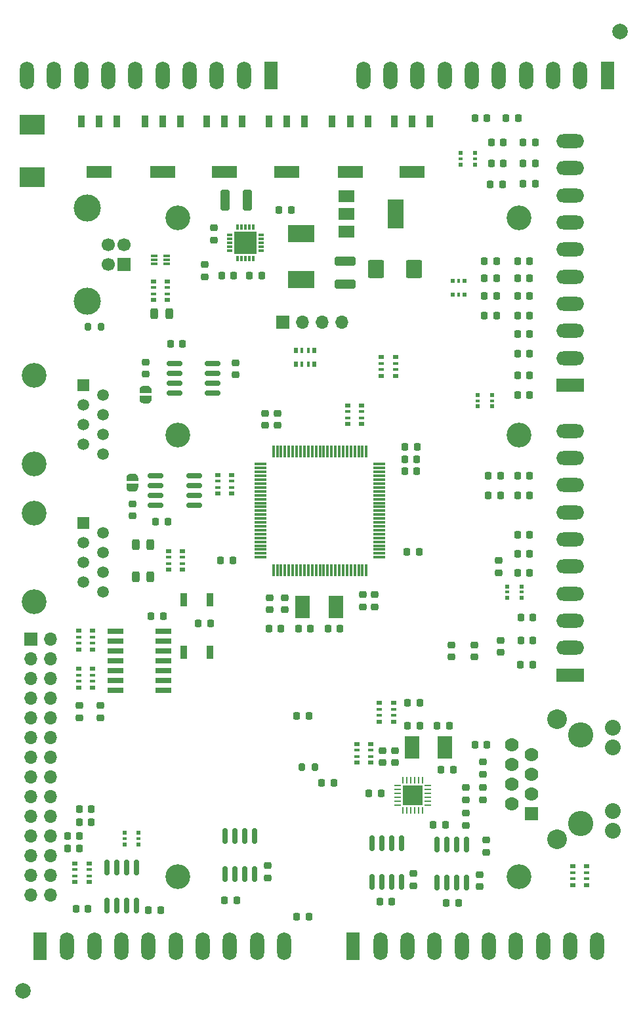
<source format=gbr>
%TF.GenerationSoftware,KiCad,Pcbnew,5.99.0-unknown-b90e72ed07~107~ubuntu18.04.1*%
%TF.CreationDate,2021-02-01T09:40:28+01:00*%
%TF.ProjectId,Uni_Printer,556e695f-5072-4696-9e74-65722e6b6963,rev?*%
%TF.SameCoordinates,PX48009e0PY88da2e0*%
%TF.FileFunction,Soldermask,Top*%
%TF.FilePolarity,Negative*%
%FSLAX46Y46*%
G04 Gerber Fmt 4.6, Leading zero omitted, Abs format (unit mm)*
G04 Created by KiCad (PCBNEW 5.99.0-unknown-b90e72ed07~107~ubuntu18.04.1) date 2021-02-01 09:40:28*
%MOMM*%
%LPD*%
G01*
G04 APERTURE LIST*
G04 Aperture macros list*
%AMRoundRect*
0 Rectangle with rounded corners*
0 $1 Rounding radius*
0 $2 $3 $4 $5 $6 $7 $8 $9 X,Y pos of 4 corners*
0 Add a 4 corners polygon primitive as box body*
4,1,4,$2,$3,$4,$5,$6,$7,$8,$9,$2,$3,0*
0 Add four circle primitives for the rounded corners*
1,1,$1+$1,$2,$3*
1,1,$1+$1,$4,$5*
1,1,$1+$1,$6,$7*
1,1,$1+$1,$8,$9*
0 Add four rect primitives between the rounded corners*
20,1,$1+$1,$2,$3,$4,$5,0*
20,1,$1+$1,$4,$5,$6,$7,0*
20,1,$1+$1,$6,$7,$8,$9,0*
20,1,$1+$1,$8,$9,$2,$3,0*%
G04 Aperture macros list end*
%ADD10R,0.900000X1.700000*%
%ADD11C,3.200000*%
%ADD12RoundRect,0.225000X-0.250000X0.225000X-0.250000X-0.225000X0.250000X-0.225000X0.250000X0.225000X0*%
%ADD13RoundRect,0.218750X-0.218750X-0.256250X0.218750X-0.256250X0.218750X0.256250X-0.218750X0.256250X0*%
%ADD14RoundRect,0.218750X0.218750X0.256250X-0.218750X0.256250X-0.218750X-0.256250X0.218750X-0.256250X0*%
%ADD15RoundRect,0.218750X-0.256250X0.218750X-0.256250X-0.218750X0.256250X-0.218750X0.256250X0.218750X0*%
%ADD16RoundRect,0.218750X0.256250X-0.218750X0.256250X0.218750X-0.256250X0.218750X-0.256250X-0.218750X0*%
%ADD17RoundRect,0.243750X-0.243750X-0.456250X0.243750X-0.456250X0.243750X0.456250X-0.243750X0.456250X0*%
%ADD18RoundRect,0.225000X0.250000X-0.225000X0.250000X0.225000X-0.250000X0.225000X-0.250000X-0.225000X0*%
%ADD19RoundRect,0.225000X-0.225000X-0.250000X0.225000X-0.250000X0.225000X0.250000X-0.225000X0.250000X0*%
%ADD20R,2.032000X0.660400*%
%ADD21R,0.800000X0.500000*%
%ADD22R,0.800000X0.400000*%
%ADD23R,0.500000X0.800000*%
%ADD24R,0.400000X0.800000*%
%ADD25RoundRect,0.150000X0.825000X0.150000X-0.825000X0.150000X-0.825000X-0.150000X0.825000X-0.150000X0*%
%ADD26R,0.600000X0.600000*%
%ADD27R,0.400000X0.600000*%
%ADD28R,1.800000X3.600000*%
%ADD29O,1.800000X3.600000*%
%ADD30R,0.600000X0.400000*%
%ADD31C,2.000000*%
%ADD32R,1.950000X2.950000*%
%ADD33R,1.500000X1.500000*%
%ADD34C,1.500000*%
%ADD35R,3.600000X1.800000*%
%ADD36O,3.600000X1.800000*%
%ADD37RoundRect,0.150000X-0.150000X0.825000X-0.150000X-0.825000X0.150000X-0.825000X0.150000X0.825000X0*%
%ADD38R,3.300000X2.500000*%
%ADD39R,0.850000X0.300000*%
%ADD40R,1.700000X1.700000*%
%ADD41O,1.700000X1.700000*%
%ADD42RoundRect,0.250000X-0.325000X-1.100000X0.325000X-1.100000X0.325000X1.100000X-0.325000X1.100000X0*%
%ADD43R,0.900000X1.500000*%
%ADD44R,3.200000X1.500000*%
%ADD45RoundRect,0.250000X1.100000X-0.325000X1.100000X0.325000X-1.100000X0.325000X-1.100000X-0.325000X0*%
%ADD46R,0.300000X0.700000*%
%ADD47R,0.700000X0.300000*%
%ADD48R,2.950000X2.950000*%
%ADD49C,3.251200*%
%ADD50R,1.778000X1.778000*%
%ADD51C,1.778000*%
%ADD52C,2.032000*%
%ADD53C,2.540000*%
%ADD54C,1.700000*%
%ADD55C,3.500000*%
%ADD56RoundRect,0.200000X-0.200000X-0.275000X0.200000X-0.275000X0.200000X0.275000X-0.200000X0.275000X0*%
%ADD57RoundRect,0.075000X0.075000X-0.725000X0.075000X0.725000X-0.075000X0.725000X-0.075000X-0.725000X0*%
%ADD58RoundRect,0.075000X0.725000X-0.075000X0.725000X0.075000X-0.725000X0.075000X-0.725000X-0.075000X0*%
%ADD59RoundRect,0.225000X0.225000X0.250000X-0.225000X0.250000X-0.225000X-0.250000X0.225000X-0.250000X0*%
%ADD60R,2.000000X1.500000*%
%ADD61R,2.000000X3.800000*%
%ADD62R,3.500000X2.300000*%
%ADD63RoundRect,0.062500X-0.062500X0.350000X-0.062500X-0.350000X0.062500X-0.350000X0.062500X0.350000X0*%
%ADD64RoundRect,0.062500X-0.350000X0.062500X-0.350000X-0.062500X0.350000X-0.062500X0.350000X0.062500X0*%
%ADD65R,2.600000X2.600000*%
%ADD66RoundRect,0.250000X0.787500X0.925000X-0.787500X0.925000X-0.787500X-0.925000X0.787500X-0.925000X0*%
G04 APERTURE END LIST*
D10*
X23200000Y45400000D03*
X26600000Y45400000D03*
X23200000Y52200000D03*
X26600000Y52200000D03*
D11*
X22500000Y101500000D03*
X66500000Y101500000D03*
D12*
X46350000Y52875000D03*
X46350000Y51325000D03*
D13*
X62012500Y93700000D03*
X63587500Y93700000D03*
X62912500Y108500000D03*
X64487500Y108500000D03*
X62012500Y88900000D03*
X63587500Y88900000D03*
D14*
X68587500Y108500000D03*
X67012500Y108500000D03*
X63587500Y95900000D03*
X62012500Y95900000D03*
D13*
X66312500Y88900000D03*
X67887500Y88900000D03*
D14*
X67887500Y95900000D03*
X66312500Y95900000D03*
D15*
X47850000Y52887500D03*
X47850000Y51312500D03*
D16*
X33700000Y74712500D03*
X33700000Y76287500D03*
D13*
X19612500Y62300000D03*
X21187500Y62300000D03*
D17*
X17062500Y59300000D03*
X18937500Y59300000D03*
D15*
X36300000Y52487500D03*
X36300000Y50912500D03*
D14*
X29587500Y57300000D03*
X28012500Y57300000D03*
D18*
X35300000Y74725000D03*
X35300000Y76275000D03*
D15*
X34300000Y52500000D03*
X34300000Y50925000D03*
D19*
X51725000Y68800000D03*
X53275000Y68800000D03*
X51750000Y70350000D03*
X53300000Y70350000D03*
D13*
X51781250Y71950000D03*
X53356250Y71950000D03*
D11*
X66500000Y16500000D03*
D15*
X12500000Y38587500D03*
X12500000Y37012500D03*
D11*
X22500000Y16500000D03*
D15*
X64100000Y46987500D03*
X64100000Y45412500D03*
D14*
X53687500Y38900000D03*
X52112500Y38900000D03*
X35775000Y48500000D03*
X34200000Y48500000D03*
D13*
X8212500Y20100000D03*
X9787500Y20100000D03*
D14*
X26687500Y49200000D03*
X25112500Y49200000D03*
D16*
X52900000Y15312500D03*
X52900000Y16887500D03*
D20*
X14426600Y48110000D03*
X14426600Y46840000D03*
X14426600Y45570000D03*
X14426600Y44300000D03*
X14426600Y43030000D03*
X14426600Y41760000D03*
X14426600Y40490000D03*
X20573400Y40490000D03*
X20573400Y41760000D03*
X20573400Y43030000D03*
X20573400Y44300000D03*
X20573400Y45570000D03*
X20573400Y46840000D03*
X20573400Y48110000D03*
D13*
X48512500Y13300000D03*
X50087500Y13300000D03*
D21*
X11500000Y45800000D03*
D22*
X11500000Y46600000D03*
X11500000Y47400000D03*
D21*
X11500000Y48200000D03*
X9700000Y48200000D03*
D22*
X9700000Y47400000D03*
X9700000Y46600000D03*
D21*
X9700000Y45800000D03*
X29400000Y65900000D03*
D22*
X29400000Y66700000D03*
X29400000Y67500000D03*
D21*
X29400000Y68300000D03*
X27600000Y68300000D03*
D22*
X27600000Y67500000D03*
X27600000Y66700000D03*
D21*
X27600000Y65900000D03*
D23*
X37700000Y82600000D03*
D24*
X38500000Y82600000D03*
X39300000Y82600000D03*
D23*
X40100000Y82600000D03*
X40100000Y84400000D03*
D24*
X39300000Y84400000D03*
X38500000Y84400000D03*
D23*
X37700000Y84400000D03*
D21*
X50300000Y36500000D03*
D22*
X50300000Y37300000D03*
X50300000Y38100000D03*
D21*
X50300000Y38900000D03*
X48500000Y38900000D03*
D22*
X48500000Y38100000D03*
X48500000Y37300000D03*
D21*
X48500000Y36500000D03*
X21300000Y58500000D03*
D22*
X21300000Y57700000D03*
X21300000Y56900000D03*
D21*
X21300000Y56100000D03*
X23100000Y56100000D03*
D22*
X23100000Y56900000D03*
X23100000Y57700000D03*
D21*
X23100000Y58500000D03*
D13*
X57112500Y13100000D03*
X58687500Y13100000D03*
D21*
X11500000Y40900000D03*
D22*
X11500000Y41700000D03*
X11500000Y42500000D03*
D21*
X11500000Y43300000D03*
X9700000Y43300000D03*
D22*
X9700000Y42500000D03*
X9700000Y41700000D03*
D21*
X9700000Y40900000D03*
D15*
X9800000Y38587500D03*
X9800000Y37012500D03*
D14*
X68600000Y105900000D03*
X67025000Y105900000D03*
D15*
X16600000Y64587500D03*
X16600000Y63012500D03*
D25*
X24575000Y64395000D03*
X24575000Y65665000D03*
X24575000Y66935000D03*
X24575000Y68205000D03*
X19625000Y68205000D03*
X19625000Y66935000D03*
X19625000Y65665000D03*
X19625000Y64395000D03*
D13*
X38012500Y48500000D03*
X39587500Y48500000D03*
D14*
X43400000Y48500000D03*
X41825000Y48500000D03*
D25*
X26975000Y78895000D03*
X26975000Y80165000D03*
X26975000Y81435000D03*
X26975000Y82705000D03*
X22025000Y82705000D03*
X22025000Y81435000D03*
X22025000Y80165000D03*
X22025000Y78895000D03*
D14*
X63587500Y91400000D03*
X62012500Y91400000D03*
D13*
X66712500Y47000000D03*
X68287500Y47000000D03*
D16*
X61400000Y15200000D03*
X61400000Y16775000D03*
D14*
X68275000Y43800000D03*
X66700000Y43800000D03*
D26*
X59450000Y93400000D03*
D27*
X58700000Y93400000D03*
D26*
X57950000Y93400000D03*
X57950000Y91600000D03*
D27*
X58700000Y91600000D03*
D26*
X59450000Y91600000D03*
D28*
X4700000Y7500000D03*
D29*
X8200000Y7500000D03*
X11700000Y7500000D03*
X15200000Y7500000D03*
X18700000Y7500000D03*
X22200000Y7500000D03*
X25700000Y7500000D03*
X29200000Y7500000D03*
X32700000Y7500000D03*
X36200000Y7500000D03*
D13*
X66312500Y93700000D03*
X67887500Y93700000D03*
D14*
X67887500Y91400000D03*
X66312500Y91400000D03*
D13*
X66712500Y49900000D03*
X68287500Y49900000D03*
D26*
X60800000Y108350000D03*
D30*
X60800000Y109100000D03*
D26*
X60800000Y109850000D03*
X59000000Y109850000D03*
D30*
X59000000Y109100000D03*
D26*
X59000000Y108350000D03*
D14*
X64387500Y105800000D03*
X62812500Y105800000D03*
D31*
X2500000Y1750000D03*
X79500000Y125500000D03*
D32*
X38550000Y51300000D03*
X42850000Y51300000D03*
D11*
X3950000Y81170000D03*
X3950000Y69740000D03*
D33*
X10300000Y79900000D03*
D34*
X12840000Y78630000D03*
X10300000Y77360000D03*
X12840000Y76090000D03*
X10300000Y74820000D03*
X12840000Y73550000D03*
X10300000Y72280000D03*
X12840000Y71010000D03*
D35*
X73100000Y42500000D03*
D36*
X73100000Y46000000D03*
X73100000Y49500000D03*
X73100000Y53000000D03*
X73100000Y56500000D03*
X73100000Y60000000D03*
X73100000Y63500000D03*
X73100000Y67000000D03*
X73100000Y70500000D03*
X73100000Y74000000D03*
D37*
X51305000Y20775000D03*
X50035000Y20775000D03*
X48765000Y20775000D03*
X47495000Y20775000D03*
X47495000Y15825000D03*
X48765000Y15825000D03*
X50035000Y15825000D03*
X51305000Y15825000D03*
X59705000Y20675000D03*
X58435000Y20675000D03*
X57165000Y20675000D03*
X55895000Y20675000D03*
X55895000Y15725000D03*
X57165000Y15725000D03*
X58435000Y15725000D03*
X59705000Y15725000D03*
D14*
X39387500Y11300000D03*
X37812500Y11300000D03*
D38*
X3700000Y106700000D03*
X3700000Y113500000D03*
D39*
X21000000Y95600000D03*
X21000000Y96100000D03*
X21000000Y96600000D03*
X19400000Y96600000D03*
X19400000Y96100000D03*
X19400000Y95600000D03*
D16*
X18300000Y81312500D03*
X18300000Y82887500D03*
D40*
X3500000Y47120000D03*
D41*
X6040000Y47120000D03*
X3500000Y44580000D03*
X6040000Y44580000D03*
X3500000Y42040000D03*
X6040000Y42040000D03*
X3500000Y39500000D03*
X6040000Y39500000D03*
X3500000Y36960000D03*
X6040000Y36960000D03*
X3500000Y34420000D03*
X6040000Y34420000D03*
X3500000Y31880000D03*
X6040000Y31880000D03*
X3500000Y29340000D03*
X6040000Y29340000D03*
X3500000Y26800000D03*
X6040000Y26800000D03*
X3500000Y24260000D03*
X6040000Y24260000D03*
X3500000Y21720000D03*
X6040000Y21720000D03*
X3500000Y19180000D03*
X6040000Y19180000D03*
X3500000Y16640000D03*
X6040000Y16640000D03*
X3500000Y14100000D03*
X6040000Y14100000D03*
D14*
X67887500Y78600000D03*
X66312500Y78600000D03*
X66387500Y114400000D03*
X64812500Y114400000D03*
D42*
X28525000Y103800000D03*
X31475000Y103800000D03*
G36*
X17350000Y67200000D02*
G01*
X17350000Y66700000D01*
X17345033Y66700000D01*
X17343568Y66620059D01*
X17301293Y66484744D01*
X17222738Y66366734D01*
X17114219Y66275514D01*
X16984460Y66218419D01*
X16850000Y66200836D01*
X16850000Y66200000D01*
X16350000Y66200000D01*
X16350000Y66200836D01*
X16343891Y66200037D01*
X16203814Y66221848D01*
X16075489Y66282096D01*
X15969231Y66375940D01*
X15893583Y66495835D01*
X15854626Y66632142D01*
X15855041Y66700000D01*
X15850000Y66700000D01*
X15850000Y67200000D01*
X17350000Y67200000D01*
G37*
G36*
X15855041Y68000000D02*
G01*
X15855492Y68073905D01*
X15896111Y68209726D01*
X15973218Y68328688D01*
X16080615Y68421226D01*
X16209667Y68479903D01*
X16350000Y68500000D01*
X16850000Y68500000D01*
X16862216Y68499851D01*
X17002017Y68476331D01*
X17129596Y68414519D01*
X17234700Y68319384D01*
X17308877Y68198574D01*
X17346166Y68061801D01*
X17345033Y68000000D01*
X17350000Y68000000D01*
X17350000Y67500000D01*
X15850000Y67500000D01*
X15850000Y68000000D01*
X15855041Y68000000D01*
G37*
D16*
X60700000Y44812500D03*
X60700000Y46387500D03*
D43*
X14600000Y113950000D03*
X12300000Y113950000D03*
X10000000Y113950000D03*
D44*
X12300000Y107450000D03*
D13*
X21512500Y85200000D03*
X23087500Y85200000D03*
D43*
X30800000Y113950000D03*
X28500000Y113950000D03*
X26200000Y113950000D03*
D44*
X28500000Y107450000D03*
D11*
X22500000Y73500000D03*
D14*
X68587500Y111200000D03*
X67012500Y111200000D03*
D18*
X50500000Y31225000D03*
X50500000Y32775000D03*
D43*
X22800000Y113950000D03*
X20500000Y113950000D03*
X18200000Y113950000D03*
D44*
X20500000Y107450000D03*
D15*
X59600000Y24687500D03*
X59600000Y23112500D03*
D28*
X77900000Y119900000D03*
D29*
X74400000Y119900000D03*
X70900000Y119900000D03*
X67400000Y119900000D03*
X63900000Y119900000D03*
X60400000Y119900000D03*
X56900000Y119900000D03*
X53400000Y119900000D03*
X49900000Y119900000D03*
X46400000Y119900000D03*
D13*
X66312500Y65700000D03*
X67887500Y65700000D03*
D37*
X32405000Y21775000D03*
X31135000Y21775000D03*
X29865000Y21775000D03*
X28595000Y21775000D03*
X28595000Y16825000D03*
X29865000Y16825000D03*
X31135000Y16825000D03*
X32405000Y16825000D03*
D16*
X61800000Y29712500D03*
X61800000Y31287500D03*
D14*
X64087500Y65700000D03*
X62512500Y65700000D03*
D21*
X73400000Y17800000D03*
D22*
X73400000Y17000000D03*
X73400000Y16200000D03*
D21*
X73400000Y15400000D03*
X75200000Y15400000D03*
D22*
X75200000Y16200000D03*
X75200000Y17000000D03*
D21*
X75200000Y17800000D03*
D14*
X64487500Y111200000D03*
X62912500Y111200000D03*
D43*
X38800000Y113950000D03*
X36500000Y113950000D03*
X34200000Y113950000D03*
D44*
X36500000Y107450000D03*
D43*
X55000000Y113950000D03*
X52700000Y113950000D03*
X50400000Y113950000D03*
D44*
X52700000Y107450000D03*
D13*
X37812500Y37200000D03*
X39387500Y37200000D03*
D14*
X20587500Y50100000D03*
X19012500Y50100000D03*
D21*
X21100000Y90900000D03*
D22*
X21100000Y91700000D03*
X21100000Y92500000D03*
D21*
X21100000Y93300000D03*
X19300000Y93300000D03*
D22*
X19300000Y92500000D03*
X19300000Y91700000D03*
D21*
X19300000Y90900000D03*
D17*
X17062500Y55200000D03*
X18937500Y55200000D03*
D28*
X34500000Y119900000D03*
D29*
X31000000Y119900000D03*
X27500000Y119900000D03*
X24000000Y119900000D03*
X20500000Y119900000D03*
X17000000Y119900000D03*
X13500000Y119900000D03*
X10000000Y119900000D03*
X6500000Y119900000D03*
X3000000Y119900000D03*
D26*
X15600000Y22150000D03*
D30*
X15600000Y21400000D03*
D26*
X15600000Y20650000D03*
X17400000Y20650000D03*
D30*
X17400000Y21400000D03*
D26*
X17400000Y22150000D03*
D15*
X63900000Y57287500D03*
X63900000Y55712500D03*
D28*
X45100000Y7500000D03*
D29*
X48600000Y7500000D03*
X52100000Y7500000D03*
X55600000Y7500000D03*
X59100000Y7500000D03*
X62600000Y7500000D03*
X66100000Y7500000D03*
X69600000Y7500000D03*
X73100000Y7500000D03*
X76600000Y7500000D03*
D16*
X57800000Y44812500D03*
X57800000Y46387500D03*
D45*
X44050000Y92925000D03*
X44050000Y95875000D03*
D35*
X73100000Y79900000D03*
D36*
X73100000Y83400000D03*
X73100000Y86900000D03*
X73100000Y90400000D03*
X73100000Y93900000D03*
X73100000Y97400000D03*
X73100000Y100900000D03*
X73100000Y104400000D03*
X73100000Y107900000D03*
X73100000Y111400000D03*
D21*
X44400000Y77300000D03*
D22*
X44400000Y76500000D03*
X44400000Y75700000D03*
D21*
X44400000Y74900000D03*
X46200000Y74900000D03*
D22*
X46200000Y75700000D03*
X46200000Y76500000D03*
D21*
X46200000Y77300000D03*
D13*
X28512500Y13400000D03*
X30087500Y13400000D03*
X66312500Y81200000D03*
X67887500Y81200000D03*
D46*
X32200000Y100300000D03*
X31700000Y100300000D03*
X31200000Y100300000D03*
X30700000Y100300000D03*
X30200000Y100300000D03*
D47*
X29150000Y99250000D03*
X29150000Y98750000D03*
X29150000Y98250000D03*
X29150000Y97750000D03*
X29150000Y97250000D03*
D46*
X30200000Y96200000D03*
X30700000Y96200000D03*
X31200000Y96200000D03*
X31700000Y96200000D03*
X32200000Y96200000D03*
D47*
X33250000Y97250000D03*
X33250000Y97750000D03*
X33250000Y98250000D03*
X33250000Y98750000D03*
X33250000Y99250000D03*
D48*
X31200000Y98250000D03*
D32*
X52662500Y33150000D03*
X56962500Y33150000D03*
D49*
X74450000Y34760000D03*
X74450000Y23330000D03*
D50*
X68100000Y24600000D03*
D51*
X65560000Y25870000D03*
X68100000Y27140000D03*
X65560000Y28410000D03*
X68100000Y29680000D03*
X65560000Y30950000D03*
X68100000Y32220000D03*
X65560000Y33490000D03*
D52*
X78564800Y22395400D03*
X78564800Y24935000D03*
X78564800Y33130000D03*
X78564800Y35669200D03*
D53*
X71400000Y36795000D03*
X71400000Y21295000D03*
D21*
X47350000Y31200000D03*
D22*
X47350000Y32000000D03*
X47350000Y32800000D03*
D21*
X47350000Y33600000D03*
X45550000Y33600000D03*
D22*
X45550000Y32800000D03*
X45550000Y32000000D03*
D21*
X45550000Y31200000D03*
D14*
X57987500Y30300000D03*
X56412500Y30300000D03*
D15*
X61800000Y27987500D03*
X61800000Y26412500D03*
D16*
X59600000Y26412500D03*
X59600000Y27987500D03*
D40*
X15500000Y95500000D03*
D54*
X15500000Y98000000D03*
X13500000Y98000000D03*
X13500000Y95500000D03*
D55*
X10790000Y102770000D03*
X10790000Y90730000D03*
D56*
X10875000Y87400000D03*
X12525000Y87400000D03*
D15*
X27100000Y100187500D03*
X27100000Y98612500D03*
D14*
X53687500Y36000000D03*
X52112500Y36000000D03*
D26*
X66800000Y52450000D03*
D30*
X66800000Y53200000D03*
D26*
X66800000Y53950000D03*
X65000000Y53950000D03*
D30*
X65000000Y53200000D03*
D26*
X65000000Y52450000D03*
D40*
X36000000Y88000000D03*
D41*
X38540000Y88000000D03*
X41080000Y88000000D03*
X43620000Y88000000D03*
D13*
X9312500Y12300000D03*
X10887500Y12300000D03*
D11*
X66500000Y73500000D03*
D15*
X62300000Y21187500D03*
X62300000Y19612500D03*
D43*
X47000000Y113950000D03*
X44700000Y113950000D03*
X42400000Y113950000D03*
D44*
X44700000Y107450000D03*
D13*
X47112500Y27275000D03*
X48687500Y27275000D03*
X18700000Y12200000D03*
X20275000Y12200000D03*
X60812500Y114400000D03*
X62387500Y114400000D03*
D11*
X3950000Y63370000D03*
X3950000Y51940000D03*
D33*
X10300000Y62100000D03*
D34*
X12840000Y60830000D03*
X10300000Y59560000D03*
X12840000Y58290000D03*
X10300000Y57020000D03*
X12840000Y55750000D03*
X10300000Y54480000D03*
X12840000Y53210000D03*
D56*
X38475000Y30600000D03*
X40125000Y30600000D03*
D18*
X29900000Y81225000D03*
X29900000Y82775000D03*
D13*
X55912500Y36000000D03*
X57487500Y36000000D03*
G36*
X17550000Y78850000D02*
G01*
X17550000Y79350000D01*
X17554967Y79350000D01*
X17556432Y79429941D01*
X17598707Y79565256D01*
X17677262Y79683266D01*
X17785781Y79774486D01*
X17915540Y79831581D01*
X18050000Y79849164D01*
X18050000Y79850000D01*
X18550000Y79850000D01*
X18550000Y79849164D01*
X18556109Y79849963D01*
X18696186Y79828152D01*
X18824511Y79767904D01*
X18930769Y79674060D01*
X19006417Y79554165D01*
X19045374Y79417858D01*
X19044959Y79350000D01*
X19050000Y79350000D01*
X19050000Y78850000D01*
X17550000Y78850000D01*
G37*
G36*
X19044959Y78050000D02*
G01*
X19044508Y77976095D01*
X19003889Y77840274D01*
X18926782Y77721312D01*
X18819385Y77628774D01*
X18690333Y77570097D01*
X18550000Y77550000D01*
X18050000Y77550000D01*
X18037784Y77550149D01*
X17897983Y77573669D01*
X17770404Y77635481D01*
X17665300Y77730616D01*
X17591123Y77851426D01*
X17553834Y77988199D01*
X17554967Y78050000D01*
X17550000Y78050000D01*
X17550000Y78550000D01*
X19050000Y78550000D01*
X19050000Y78050000D01*
X19044959Y78050000D01*
G37*
D15*
X25900000Y95487500D03*
X25900000Y93912500D03*
D19*
X8250000Y21700000D03*
X9800000Y21700000D03*
D14*
X62387500Y33500000D03*
X60812500Y33500000D03*
X42587500Y28600000D03*
X41012500Y28600000D03*
D57*
X34800000Y56025000D03*
X35300000Y56025000D03*
X35800000Y56025000D03*
X36300000Y56025000D03*
X36800000Y56025000D03*
X37300000Y56025000D03*
X37800000Y56025000D03*
X38300000Y56025000D03*
X38800000Y56025000D03*
X39300000Y56025000D03*
X39800000Y56025000D03*
X40300000Y56025000D03*
X40800000Y56025000D03*
X41300000Y56025000D03*
X41800000Y56025000D03*
X42300000Y56025000D03*
X42800000Y56025000D03*
X43300000Y56025000D03*
X43800000Y56025000D03*
X44300000Y56025000D03*
X44800000Y56025000D03*
X45300000Y56025000D03*
X45800000Y56025000D03*
X46300000Y56025000D03*
X46800000Y56025000D03*
D58*
X48475000Y57700000D03*
X48475000Y58200000D03*
X48475000Y58700000D03*
X48475000Y59200000D03*
X48475000Y59700000D03*
X48475000Y60200000D03*
X48475000Y60700000D03*
X48475000Y61200000D03*
X48475000Y61700000D03*
X48475000Y62200000D03*
X48475000Y62700000D03*
X48475000Y63200000D03*
X48475000Y63700000D03*
X48475000Y64200000D03*
X48475000Y64700000D03*
X48475000Y65200000D03*
X48475000Y65700000D03*
X48475000Y66200000D03*
X48475000Y66700000D03*
X48475000Y67200000D03*
X48475000Y67700000D03*
X48475000Y68200000D03*
X48475000Y68700000D03*
X48475000Y69200000D03*
X48475000Y69700000D03*
D57*
X46800000Y71375000D03*
X46300000Y71375000D03*
X45800000Y71375000D03*
X45300000Y71375000D03*
X44800000Y71375000D03*
X44300000Y71375000D03*
X43800000Y71375000D03*
X43300000Y71375000D03*
X42800000Y71375000D03*
X42300000Y71375000D03*
X41800000Y71375000D03*
X41300000Y71375000D03*
X40800000Y71375000D03*
X40300000Y71375000D03*
X39800000Y71375000D03*
X39300000Y71375000D03*
X38800000Y71375000D03*
X38300000Y71375000D03*
X37800000Y71375000D03*
X37300000Y71375000D03*
X36800000Y71375000D03*
X36300000Y71375000D03*
X35800000Y71375000D03*
X35300000Y71375000D03*
X34800000Y71375000D03*
D58*
X33125000Y69700000D03*
X33125000Y69200000D03*
X33125000Y68700000D03*
X33125000Y68200000D03*
X33125000Y67700000D03*
X33125000Y67200000D03*
X33125000Y66700000D03*
X33125000Y66200000D03*
X33125000Y65700000D03*
X33125000Y65200000D03*
X33125000Y64700000D03*
X33125000Y64200000D03*
X33125000Y63700000D03*
X33125000Y63200000D03*
X33125000Y62700000D03*
X33125000Y62200000D03*
X33125000Y61700000D03*
X33125000Y61200000D03*
X33125000Y60700000D03*
X33125000Y60200000D03*
X33125000Y59700000D03*
X33125000Y59200000D03*
X33125000Y58700000D03*
X33125000Y58200000D03*
X33125000Y57700000D03*
D59*
X56975000Y23200000D03*
X55425000Y23200000D03*
D13*
X66312500Y86500000D03*
X67887500Y86500000D03*
X66312500Y58100000D03*
X67887500Y58100000D03*
D14*
X33287500Y94000000D03*
X31712500Y94000000D03*
D13*
X66312500Y68200000D03*
X67887500Y68200000D03*
D26*
X63000000Y77150000D03*
D30*
X63000000Y77900000D03*
D26*
X63000000Y78650000D03*
X61200000Y78650000D03*
D30*
X61200000Y77900000D03*
D26*
X61200000Y77150000D03*
D13*
X66312500Y84000000D03*
X67887500Y84000000D03*
X35512500Y102500000D03*
X37087500Y102500000D03*
D16*
X34100000Y16312500D03*
X34100000Y17887500D03*
D14*
X29687500Y94000000D03*
X28112500Y94000000D03*
D60*
X44250000Y104300000D03*
D61*
X50550000Y102000000D03*
D60*
X44250000Y102000000D03*
X44250000Y99700000D03*
D13*
X52012500Y58400000D03*
X53587500Y58400000D03*
D18*
X48900000Y31225000D03*
X48900000Y32775000D03*
D62*
X38400000Y99500000D03*
X38400000Y93500000D03*
D21*
X50550000Y81100000D03*
D22*
X50550000Y81900000D03*
X50550000Y82700000D03*
D21*
X50550000Y83500000D03*
X48750000Y83500000D03*
D22*
X48750000Y82700000D03*
X48750000Y81900000D03*
D21*
X48750000Y81100000D03*
D17*
X19462500Y89100000D03*
X21337500Y89100000D03*
D63*
X54050000Y28937500D03*
X53550000Y28937500D03*
X53050000Y28937500D03*
X52550000Y28937500D03*
X52050000Y28937500D03*
X51550000Y28937500D03*
D64*
X50862500Y28250000D03*
X50862500Y27750000D03*
X50862500Y27250000D03*
X50862500Y26750000D03*
X50862500Y26250000D03*
X50862500Y25750000D03*
D63*
X51550000Y25062500D03*
X52050000Y25062500D03*
X52550000Y25062500D03*
X53050000Y25062500D03*
X53550000Y25062500D03*
X54050000Y25062500D03*
D64*
X54737500Y25750000D03*
X54737500Y26250000D03*
X54737500Y26750000D03*
X54737500Y27250000D03*
X54737500Y27750000D03*
X54737500Y28250000D03*
D65*
X52800000Y27000000D03*
D21*
X11000000Y15800000D03*
D22*
X11000000Y16600000D03*
X11000000Y17400000D03*
D21*
X11000000Y18200000D03*
X9200000Y18200000D03*
D22*
X9200000Y17400000D03*
X9200000Y16600000D03*
D21*
X9200000Y15800000D03*
D19*
X9775000Y25200000D03*
X11325000Y25200000D03*
D13*
X62512500Y68200000D03*
X64087500Y68200000D03*
X66312500Y60600000D03*
X67887500Y60600000D03*
D14*
X67887500Y55700000D03*
X66312500Y55700000D03*
D19*
X9775000Y23500000D03*
X11325000Y23500000D03*
D37*
X17105000Y17675000D03*
X15835000Y17675000D03*
X14565000Y17675000D03*
X13295000Y17675000D03*
X13295000Y12725000D03*
X14565000Y12725000D03*
X15835000Y12725000D03*
X17105000Y12725000D03*
D66*
X52962500Y94900000D03*
X48037500Y94900000D03*
M02*

</source>
